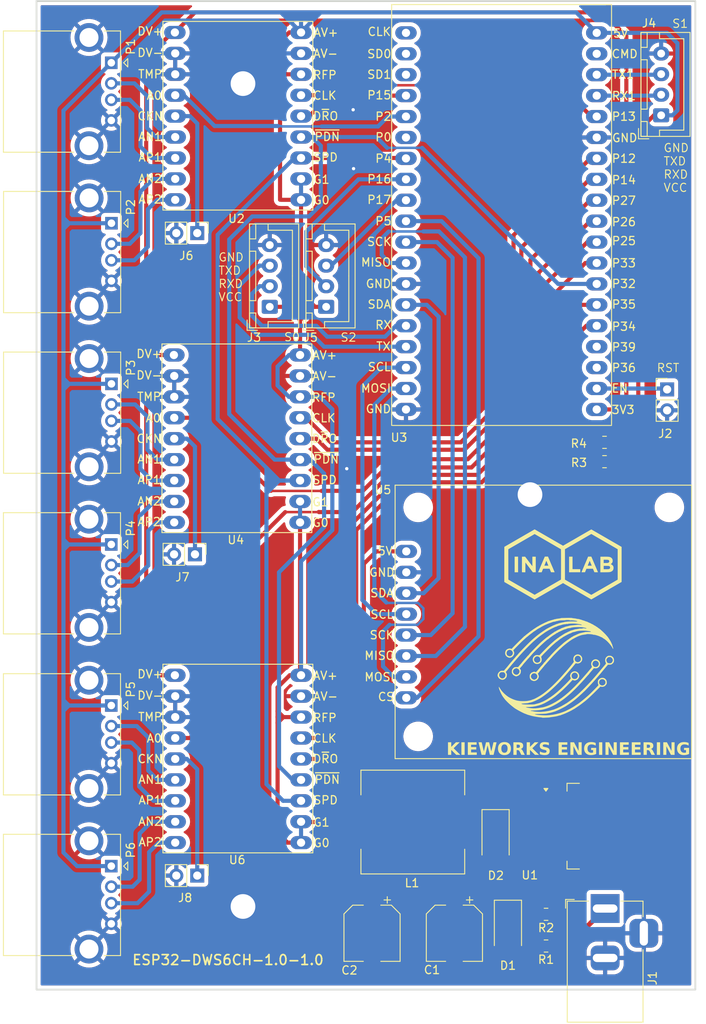
<source format=kicad_pcb>
(kicad_pcb (version 20240108) (generator "pcbnew") (generator_version "8.0")
  (layers (0 "F.Cu" signal) (31 "B.Cu" signal) (34 "B.Paste" user) (35 "F.Paste" user) (36 "B.SilkS" user "B.Silkscreen") (37 "F.SilkS" user "F.Silkscreen") (38 "B.Mask" user) (39 "F.Mask" user) (44 "Edge.Cuts" user))
  (net 0 "")
  (net 1 "VBAT")
  (net 2 "GND")
  (net 3 "VCC")
  (net 4 "Net-(D1-K)")
  (net 5 "EN")
  (net 6 "RXD0")
  (net 7 "TXD0")
  (net 8 "RXD1")
  (net 9 "TXD1")
  (net 10 "TXD2")
  (net 11 "RXD2")
  (net 12 "CLKIN_1")
  (net 13 "CLKIN_2")
  (net 14 "CLKIN_3")
  (net 16 "VCC_SENSE")
  (net 17 "AINN1_1")
  (net 18 "AINP1_1")
  (net 19 "AINN1_2")
  (net 20 "AINP1_2")
  (net 21 "AINN2_2")
  (net 22 "AINP2_2")
  (net 23 "AINP2_3")
  (net 24 "AINN2_3")
  (net 25 "AINP1_3")
  (net 26 "AINN1_3")
  (net 27 "AINN2_1")
  (net 28 "SCLK_1")
  (net 29 "3V3")
  (net 30 "DATA_1")
  (net 31 "SPEED")
  (net 32 "A0_1")
  (net 33 "~{PWDN}")
  (net 34 "AINP2_1")
  (net 35 "SCK")
  (net 36 "A0_2")
  (net 37 "CS")
  (net 38 "SDA")
  (net 39 "SCL")
  (net 40 "SCLK_3")
  (net 41 "MISO")
  (net 42 "A0_3")
  (net 43 "SCLK_2")
  (net 44 "MOSI")
  (net 45 "DATA_3")
  (net 46 "DATA_2")
  (net 47 "VBAT_SENSE")
  (net 48 "Net-(D2-K)")
  (footprint "Capacitor_SMD:CP_Elec_6.3x9.9" (layer "F.Cu") (at 154.62 146.7 -90)
    (property "Reference" "C1")
    (property "Value" "680uF")
  )
  (footprint "Diode_SMD:D_SMA" (layer "F.Cu") (at 159.62 135.2 -90)
    (property "Reference" "D2")
    (property "Value" "1N5824")
  )
  (footprint "Connector_PinHeader_2.54mm:PinHeader_1x02_P2.54mm_Vertical" (layer "F.Cu") (at 123.395 61.7 -90)
    (property "Reference" "J6")
    (property "Value" "Conn_01x02")
  )
  (footprint "DIY-Board:esp wroom 32 board" (layer "F.Cu") (at 160.4 60.45 180)
    (property "Reference" "U3")
    (property "Value" "ESPWROOM32")
  )
  (footprint "Connector_USB:USB_A_CONNFLY_DS1095-WNR0" (layer "F.Cu") (at 112.9775 60.5 -90)
    (property "Reference" "P2")
    (property "Value" "CH1")
  )
  (footprint "Resistor_SMD:R_0805_2012Metric_Pad1.20x1.40mm_HandSolder" (layer "F.Cu") (at 172.85 89.45)
    (property "Reference" "R4")
    (property "Value" "47k")
  )
  (footprint "Connector_USB:USB_A_CONNFLY_DS1095-WNR0" (layer "F.Cu") (at 112.96 99.5 -90)
    (property "Reference" "P4")
    (property "Value" "CH1")
  )
  (footprint "Connector_USB:USB_A_CONNFLY_DS1095-WNR0" (layer "F.Cu") (at 112.96 119.05 -90)
    (property "Reference" "P5")
    (property "Value" "CH1")
  )
  (footprint "DIY-Board:wcmcu-ads1232" (layer "F.Cu") (at 128.38 125.54 180)
    (property "Reference" "U6")
    (property "Value" "WCMCU-ADS1232")
  )
  (footprint "DIY-Board:wcmcu-ads1232" (layer "F.Cu") (at 128.26 86.66 180)
    (property "Reference" "U4")
    (property "Value" "WCMCU-ADS1232")
  )
  (footprint "Connector_PinHeader_2.54mm:PinHeader_1x02_P2.54mm_Vertical" (layer "F.Cu") (at 123.395 139.7 -90)
    (property "Reference" "J8")
    (property "Value" "Conn_01x02")
  )
  (footprint "myLogo:keyworks_logo_15" (layer "F.Cu") (at 166.85 114.5)
    (property "Reference" "G***" (hide yes))
    (property "Value" "LOGO" (hide yes))
  )
  (footprint "Connector_USB:USB_A_CONNFLY_DS1095-WNR0" (layer "F.Cu") (at 112.96 138.55 -90)
    (property "Reference" "P6")
    (property "Value" "CH1")
  )
  (footprint "Connector_USB:USB_A_CONNFLY_DS1095-WNR0" (layer "F.Cu") (at 112.96 41.02 -90)
    (property "Reference" "P1")
    (property "Value" "CH1")
  )
  (footprint "Resistor_SMD:R_0805_2012Metric_Pad1.20x1.40mm_HandSolder" (layer "F.Cu") (at 165.75 148.25 180)
    (property "Reference" "R1")
    (property "Value" "27k")
  )
  (footprint "Connector_PinHeader_2.54mm:PinHeader_1x02_P2.54mm_Vertical" (layer "F.Cu") (at 123.12 100.7 -90)
    (property "Reference" "J7")
    (property "Value" "Conn_01x02")
  )
  (footprint "Connector_USB:USB_A_CONNFLY_DS1095-WNR0" (layer "F.Cu") (at 112.9775 80 -90)
    (property "Reference" "P3")
    (property "Value" "CH1")
  )
  (footprint "Connector_JST:JST_XH_B4B-XH-A_1x04_P2.50mm_Vertical" (layer "F.Cu") (at 139.05 70.65 90)
    (property "Reference" "J5")
    (property "Value" "Serial2")
  )
  (footprint "Connector_JST:JST_XH_B4B-XH-A_1x04_P2.50mm_Vertical" (layer "F.Cu") (at 179.725 47.4 90)
    (property "Reference" "J4")
    (property "Value" "Serial1")
  )
  (footprint "Package_TO_SOT_SMD:TO-263-5_TabPin3" (layer "F.Cu") (at 173.12 133.7)
    (property "Reference" "U1")
    (property "Value" "LM2596S-5")
  )
  (footprint "DIY-Board:Datalogging board" (layer "F.Cu") (at 165.12 109.2)
    (property "Reference" "U5")
    (property "Value" "DataLoggingBoard")
  )
  (footprint "Diode_SMD:D_SMA" (layer "F.Cu") (at 161.12 146.2 -90)
    (property "Reference" "D1")
    (property "Value" "1N5824")
  )
  (footprint "Connector_PinHeader_2.54mm:PinHeader_1x02_P2.54mm_Vertical" (layer "F.Cu") (at 180.45 80.675)
    (property "Reference" "J2")
    (property "Value" "Reset")
  )
  (footprint "Resistor_SMD:R_0805_2012Metric_Pad1.20x1.40mm_HandSolder" (layer "F.Cu") (at 172.85 87.1 180)
    (property "Reference" "R3")
    (property "Value" "47k")
  )
  (footprint "DIY-Board:wcmcu-ads1232" (layer "F.Cu") (at 128.38 47.5 180)
    (property "Reference" "U2")
    (property "Value" "WCMCU-ADS1232")
  )
  (footprint "myLogo:inalab_logo_15" (layer "F.Cu") (at 167.8 101.9)
    (property "Reference" "G***" (hide yes))
    (property "Value" "LOGO" (hide yes))
  )
  (footprint "Inductor_SMD:L_12x12mm_H4.5mm" (layer "F.Cu") (at 149.57 133.2 180)
    (property "Reference" "L1")
    (property "Value" "3.3uH")
  )
  (footprint "Connector_JST:JST_XH_B4B-XH-A_1x04_P2.50mm_Vertical" (layer "F.Cu") (at 132.2 70.65 90)
    (property "Reference" "J3")
    (property "Value" "Serial")
  )
  (footprint "Resistor_SMD:R_0805_2012Metric_Pad1.20x1.40mm_HandSolder" (layer "F.Cu") (at 165.75 144.4 180)
    (property "Reference" "R2")
    (property "Value" "100k")
  )
  (footprint "Capacitor_SMD:CP_Elec_6.3x9.9" (layer "F.Cu") (at 144.62 146.7 -90)
    (property "Reference" "C2")
    (property "Value" "220uF")
  )
  (footprint "Connector_BarrelJack:BarrelJack_Horizontal" (layer "F.Cu") (at 172.9225 143.7 90)
    (property "Reference" "J1")
    (property "Value" "9VDC")
  )
  (gr_rect (start 103.88 33.54) (end 183.88 153.54) (stroke (width 0.2)) (fill none) (layer "Edge.Cuts"))
  (gr_text "GND\nTXD\nRXD\nVCC" (at 125.9 70.05 0) (layer "F.SilkS") (effects (font (size 1 1) (thickness 0.125)) (justify left bottom)))
  (gr_text "S1" (at 181 36.85 0) (layer "F.SilkS") (effects (font (size 1 1) (thickness 0.125)) (justify left bottom)))
  (gr_text "AN2" (at 117.68 55.1 0) (layer "F.SilkS") (effects (font (size 1 1))))
  (gr_text "GND\nTXD\nRXD\nVCC" (at 179.95 56.775 0) (layer "F.SilkS") (effects (font (size 1 1) (thickness 0.125)) (justify left bottom)))
  (gr_text "RST" (at 179.125 78.65 0) (layer "F.SilkS") (effects (font (size 1 1) (thickness 0.125)) (justify left bottom)))
  (gr_text "S2" (at 140.725 74.95 0) (layer "F.SilkS") (effects (font (size 1 1) (thickness 0.125)) (justify left bottom)))
  (gr_text "S0" (at 133.875 74.9 0) (layer "F.SilkS") (effects (font (size 1 1) (thickness 0.125)) (justify left bottom)))
  (gr_text "KIEWORKS ENGINEERING" (at 153.65 125.3 0) (layer "F.SilkS") (effects (font (size 1.5 1.5) (thickness 0.3) (bold yes)) (justify left bottom)))
  (gr_text "ESP32-DWS6CH-1.0-1.0" (at 115.4 150.65 0) (layer "F.SilkS") (effects (font (size 1.2 1.2) (thickness 0.2)) (justify left bottom)))
  (segment (start 172.9225 143.7) (end 168.3725 148.25) (width 0.6) (layer "F.Cu") (net 1))
  (segment (start 168.3725 148.25) (end 166.75 148.25) (width 0.6) (layer "F.Cu") (net 1))
  (segment (start 166.2725 150.35) (end 168.3725 148.25) (width 0.6) (layer "F.Cu") (net 1))
  (segment (start 161.12 149.57) (end 161.9 150.35) (width 0.6) (layer "F.Cu") (net 1))
  (segment (start 161.9 150.35) (end 166.2725 150.35) (width 0.6) (layer "F.Cu") (net 1))
  (segment (start 161.12 148.2) (end 161.12 149.57) (width 0.6) (layer "F.Cu") (net 1))
  (segment (start 172.9225 143.7) (end 171.6 143.7) (width 0.6) (layer "F.Cu") (net 1))
  (via (at 128.95 143.45) (size 5) (drill 3) (layers "F.Cu" "B.Cu") (net 2))
  (via (at 142.375 53.875) (size 0.7) (drill 0.4) (layers "F.Cu" "B.Cu") (net 2))
  (via (at 142.325 46.725) (size 0.7) (drill 0.4) (layers "F.Cu" "B.Cu") (net 2))
  (via (at 163.8 93.45) (size 5) (drill 3) (layers "F.Cu" "B.Cu") (net 2))
  (via (at 141.55 90.3) (size 0.7) (drill 0.4) (layers "F.Cu" "B.Cu") (net 2))
  (via (at 128.95 43.55) (size 5) (drill 3) (layers "F.Cu" "B.Cu") (net 2))
  (segment (start 136.04 133.2) (end 136 133.16) (width 0.5) (layer "F.Cu") (net 3))
  (segment (start 133.45 38.45) (end 133.45 41.675) (width 0.5) (layer "F.Cu") (net 3))
  (segment (start 133.15 121.15) (end 133.15 134.5) (width 0.5) (layer "F.Cu") (net 3))
  (segment (start 135.88 72.23) (end 134.3 70.65) (width 0.5) (layer "F.Cu") (net 3))
  (segment (start 134.175 42.4) (end 133.45 41.675) (width 0.5) (layer "F.Cu") (net 3))
  (segment (start 133.15 116.85) (end 133.15 119.75) (width 0.5) (layer "F.Cu") (net 3))
  (segment (start 176.95 49.3) (end 178.85 47.4) (width 0.5) (layer "F.Cu") (net 3))
  (segment (start 144.62 143.9) (end 144.62 133.2) (width 0.6) (layer "F.Cu") (net 3))
  (segment (start 135.88 72.23) (end 135.92 72.23) (width 0.5) (layer "F.Cu") (net 3))
  (segment (start 133.45 43.15) (end 133.45 57.65) (width 0.5) (layer "F.Cu") (net 3))
  (segment (start 134.175 42.425) (end 133.45 43.15) (width 0.5) (layer "F.Cu") (net 3))
  (segment (start 133.45 41.675) (end 133.45 42.45) (width 0.5) (layer "F.Cu") (net 3))
  (segment (start 145.135 100.34) (end 143.625 101.85) (width 0.5) (layer "F.Cu") (net 3))
  (segment (start 136 115.38) (end 134.62 115.38) (width 0.5) (layer "F.Cu") (net 3))
  (segment (start 134.175 42.42) (end 134.175 42.425) (width 0.5) (layer "F.Cu") (net 3))
  (segment (start 133.16 120.46) (end 133.15 120.45) (width 0.5) (layer "F.Cu") (net 3))
  (segment (start 168.7 129.2) (end 167.3 127.8) (width 0.6) (layer "F.Cu") (net 3))
  (segment (start 135.88 76.5) (end 135.88 72.23) (width 0.5) (layer "F.Cu") (net 3))
  (segment (start 176.95 85.3) (end 176.95 49.3) (width 0.5) (layer "F.Cu") (net 3))
  (segment (start 133.85 120.46) (end 133.85 120.45) (width 0.5) (layer "F.Cu") (net 3))
  (segment (start 150.02 127.8) (end 144.62 133.2) (width 0.6) (layer "F.Cu") (net 3))
  (segment (start 133.15 121.15) (end 133.16 121.15) (width 0.5) (layer "F.Cu") (net 3))
  (segment (start 134.56 37.34) (end 133.45 38.45) (width 0.5) (layer "F.Cu") (net 3))
  (segment (start 134.3 70.65) (end 137.5 70.65) (width 0.5) (layer "F.Cu") (net 3))
  (segment (start 137.7 70.65) (end 139.05 70.65) (width 0.5) (layer "F.Cu") (net 3))
  (segment (start 178.85 47.4) (end 179.725 47.4) (width 0.5) (layer "F.Cu") (net 3))
  (segment (start 135.88 115.26) (end 136 115.38) (width 0.5) (layer "F.Cu") (net 3))
  (segment (start 139.05 70.65) (end 139.05 71.16) (width 0.5) (layer "F.Cu") (net 3))
  (segment (start 134.62 115.38) (end 133.15 116.85) (width 0.5) (layer "F.Cu") (net 3))
  (segment (start 165.47 135.4) (end 167.9 135.4) (width 0.6) (layer "F.Cu") (net 3))
  (segment (start 168.7 134.6) (end 168.7 129.2) (width 0.6) (layer "F.Cu") (net 3))
  (segment (start 135.88 96.82) (end 135.88 115.26) (width 0.5) (layer "F.Cu") (net 3))
  (segment (start 134.35 135.7) (end 136 135.7) (width 0.5) (layer "F.Cu") (net 3))
  (segment (start 135.92 72.23) (end 137.5 70.65) (width 0.5) (layer "F.Cu") (net 3))
  (segment (start 136 120.46) (end 133.85 120.46) (width 0.5) (layer "F.Cu") (net 3))
  (segment (start 136 68.95) (end 137.7 70.65) (width 0.5) (layer "F.Cu") (net 3))
  (segment (start 136 57.66) (end 133.59 57.66) (width 0.5) (layer "F.Cu") (net 3))
  (segment (start 133.45 42.45) (end 133.45 43.15) (width 0.5) (layer "F.Cu") (net 3))
  (segment (start 175.15 87.1) (end 176.95 85.3) (width 0.5) (layer "F.Cu") (net 3))
  (segment (start 132.2 70.65) (end 134.3 70.65) (width 0.5) (layer "F.Cu") (net 3))
  (segment (start 134.175 42.42) (end 134.175 42.4) (width 0.5) (layer "F.Cu") (net 3))
  (segment (start 133.85 120.45) (end 133.15 119.75) (width 0.5) (layer "F.Cu") (net 3))
  (segment (start 133.48 42.42) (end 133.45 42.45) (width 0.5) (layer "F.Cu") (net 3))
  (segment (start 133.16 121.15) (end 133.85 120.46) (width 0.5) (layer "F.Cu") (net 3))
  (segment (start 136 42.42) (end 134.175 42.42) (width 0.5) (layer "F.Cu") (net 3))
  (segment (start 134.175 42.42) (end 133.48 42.42) (width 0.5) (layer "F.Cu") (net 3))
  (segment (start 133.15 134.5) (end 134.35 135.7) (width 0.5) (layer "F.Cu") (net 3))
  (segment (start 133.85 120.46) (end 133.16 120.46) (width 0.5) (layer "F.Cu") (net 3))
  (segment (start 144.62 133.2) (end 136.04 133.2) (width 0.5) (layer "F.Cu") (net 3))
  (segment (start 136 68.95) (end 134.3 70.65) (width 0.5) (layer "F.Cu") (net 3))
  (segment (start 133.15 120.45) (end 133.15 121.15) (width 0.5) (layer "F.Cu") (net 3))
  (segment (start 137.5 70.65) (end 137.7 70.65) (width 0.5) (layer "F.Cu") (net 3))
  (segment (start 167.3 127.8) (end 150.02 127.8) (width 0.6) (layer "F.Cu") (net 3))
  (segment (start 148.78 100.34) (end 145.135 100.34) (width 0.5) (layer "F.Cu") (net 3))
  (segment (start 143.625 132.205) (end 144.62 133.2) (width 0.5) (layer "F.Cu") (net 3))
  (segment (start 136 37.34) (end 134.56 37.34) (width 0.5) (layer "F.Cu") (net 3))
  (segment (start 136 57.66) (end 136 68.95) (width 0.5) (layer "F.Cu") (net 3))
  (segment (start 133.15 119.75) (end 133.15 120.45) (width 0.5) (layer "F.Cu") (net 3))
  (segment (start 143.625 101.85) (end 143.625 132.205) (width 0.5) (layer "F.Cu") (net 3))
  (segment (start 173.85 87.1) (end 175.15 87.1) (width 0.5) (layer "F.Cu") (net 3))
  (segment (start 167.9 135.4) (end 168.7 134.6) (width 0.6) (layer "F.Cu") (net 3))
  (segment (start 133.55 34.9) (end 119.4 34.9) (width 0.5) (layer "B.Cu") (net 3))
  (segment (start 112.96 41.02) (end 119.08 34.9) (width 0.5) (layer "B.Cu") (net 3))
  (segment (start 108.8 138.55) (end 107.15 136.9) (width 0.5) (layer "B.Cu") (net 3))
  (segment (start 136 133.16) (end 136 135.7) (width 0.5) (layer "B.Cu") (net 3))
  (segment (start 133.55 34.9) (end 138.4 34.9) (width 0.5) (layer "B.Cu") (net 3))
  (segment (start 107.2 80) (end 107.15 79.95) (width 0.5) (layer "B.Cu") (net 3))
  (segment (start 171.9 37.39) (end 169.41 34.9) (width 0.5) (layer "B.Cu") (net 3))
  (segment (start 133.15 77.9) (end 133.15 80.2) (width 0.5) (layer "B.Cu") (net 3))
  (segment (start 181.7 38.65) (end 181.7 46.8) (width 0.5) (layer "B.Cu") (net 3))
  (segment (start 107.15 136.9) (end 107.15 119) (width 0.5) (layer "B.Cu") (net 3))
  (segment (start 107.15 79.95) (end 107.15 60.45) (width 0.5) (layer "B.Cu") (net 3))
  (segment (start 107.15 60.45) (end 107.15 46.83) (width 0.5) (layer "B.Cu") (net 3))
  (segment (start 135.88 76.5) (end 134.55 76.5) (width 0.5) (layer "B.Cu") (net 3))
  (segment (start 136 37.34) (end 135.88 37.22) (width 0.5) (layer "B.Cu") (net 3))
  (segment (start 139.8 83.1) (end 138.28 81.58) (width 0.5) (layer "B.Cu") (net 3))
  (segment (start 134.55 76.5) (end 133.15 77.9) (width 0.5) (layer "B.Cu") (net 3))
  (segment (start 112.9775 80) (end 107.2 80) (width 0.5) (layer "B.Cu") (net 3))
  (segment (start 112.96 99.5) (end 107.15 99.5) (width 0.5) (layer "B.Cu") (net 3))
  (segment (start 171.9 37.39) (end 180.44 37.39) (width 0.5) (layer "B.Cu") (net 3))
  (segment (start 136 57.7) (end 136.12 57.82) (width 0.5) (layer "B.Cu") (net 3))
  (segment (start 112.96 138.55) (end 108.8 138.55) (width 0.5) (layer "B.Cu") (net 3))
  (segment (start 181.1 47.4) (end 179.725 47.4) (width 0.5) (layer "B.Cu") (net 3))
  (segment (start 107.2 119.05) (end 107.15 119) (width 0.5) (layer "B.Cu") (net 3))
  (segment (start 136 101.55) (end 139.8 97.75) (width 0.5) (layer "B.Cu") (net 3))
  (segment (start 107.15 46.83) (end 112.96 41.02) (width 0.5) (layer "B.Cu") (net 3))
  (segment (start 136 115.38) (end 136 101.55) (width 0.5) (layer "B.Cu") (net 3))
  (segment (start 133.85 35.2) (end 133.55 34.9) (width 0.5) (layer "B.Cu") (net 3))
  (segment (start 107.15 119) (end 107.15 99.5) (width 0.5) (layer "B.Cu") (net 3))
  (segment (start 181.7 46.8) (end 181.1 47.4) (width 0.5) (layer "B.Cu") (net 3))
  (segment (start 112.9775 60.5) (end 107.2 60.5) (width 0.5) (layer "B.Cu") (net 3))
  (segment (start 119.08 34.9) (end 119.4 34.9) (width 0.5) (layer "B.Cu") (net 3))
  (segment (start 133.86 35.2) (end 133.85 35.2) (width 0.5) (layer "B.Cu") (net 3))
  (segment (start 136 37.3) (end 138.4 34.9) (width 0.5) (layer "B.Cu") (net 3))
  (segment (start 112.96 119.05) (end 107.2 119.05) (width 0.5) (layer "B.Cu") (net 3))
  (segment (start 138.28 81.58) (end 135.88 81.58) (width 0.5) (layer "B.Cu") (net 3))
  (segment (start 138.4 34.9) (end 168.95 34.9) (width 0.5) (layer "B.Cu") (net 3))
  (segment (start 180.44 37.39) (end 181.7 38.65) (width 0.5) (layer "B.Cu") (net 3))
  (segment (start 107.2 60.5) (end 107.15 60.45) (width 0.5) (layer "B.Cu") (net 3))
  (segment (start 139.8 97.75) (end 139.8 83.1) (width 0.5) (layer "B.Cu") (net 3))
  (segment (start 107.15 99.5) (end 107.15 79.95) (width 0.5) (layer "B.Cu") (net 3))
  (segment (start 136 57.66) (end 136 57.7) (width 0.5) (layer "B.Cu") (net 3))
  (segment (start 136 55.12) (end 136 57.66) (width 0.5) (layer "B.Cu") (net 3))
  (segment (start 169.41 34.9) (end 168.95 34.9) (width 0.5) (layer "B.Cu") (net 3))
  (segment (start 133.15 80.2) (end 134.53 81.58) (width 0.5) (layer "B.Cu") (net 3))
  (segment (start 134.53 81.58) (end 135.88 81.58) (width 0.5) (layer "B.Cu") (net 3))
  (segment (start 136 37.34) (end 136 37.3) (width 0.5) (layer "B.Cu") (net 3))
  (segment (start 136 37.34) (end 133.86 35.2) (width 0.5) (layer "B.Cu") (net 3))
  (segment (start 135.88 94.28) (end 135.88 96.82) (width 0.5) (layer "B.Cu") (net 3))
  (segment (start 151.4 136) (end 154.62 139.22) (width 0.6) (layer "F.Cu") (net 4))
  (segment (start 160.82 143.9) (end 161.12 144.2) (width 0.6) (layer "F.Cu") (net 4))
  (segment (start 158.9 130.3) (end 157.7 129.1) (width 0.6) (layer "F.Cu") (net 4))
  (segment (start 165.47 130.3) (end 158.9 130.3) (width 0.6) (layer "F.Cu") (net 4))
  (segment (start 151.4 130.3) (end 151.4 136) (width 0.6) (layer "F.Cu") (net 4))
  (segment (start 152.6 129.1) (end 151.4 130.3) (width 0.6) (layer "F.Cu") (net 4))
  (segment (start 154.62 143.9) (end 160.82 143.9) (width 0.6) (layer "F.Cu") (net 4))
  (segment (start 157.7 129.1) (end 152.6 129.1) (width 0.6) (layer "F.Cu") (net 4))
  (segment (start 154.62 139.22) (end 154.62 143.9) (width 0.6) (layer "F.Cu") (net 4))
  (segment (start 171.9 80.57) (end 180.345 80.57) (width 0.5) (layer "B.Cu") (net 5))
  (segment (start 180.345 80.57) (end 180.45 80.675) (width 0.5) (layer "B.Cu") (net 5))
  (segment (start 130.95 68.15) (end 132.2 68.15) (width 0.5) (layer "B.Cu") (net 6))
  (segment (start 139.175 74.275) (end 137.85 72.95) (width 0.5) (layer "B.Cu") (net 6))
  (segment (start 147.525 72.95) (end 146.2 74.275) (width 0.5) (layer "B.Cu") (net 6))
  (segment (start 131.25 72.95) (end 130.05 71.75) (width 0.5) (layer "B.Cu") (net 6))
  (segment (start 130.05 71.75) (end 130.05 69.05) (width 0.5) (layer "B.Cu") (net 6))
  (segment (start 130.05 69.05) (end 130.95 68.15) (width 0.5) (layer "B.Cu") (net 6))
  (segment (start 148.74 72.95) (end 147.525 72.95) (width 0.5) (layer "B.Cu") (net 6))
  (segment (start 146.2 74.275) (end 139.175 74.275) (width 0.5) (layer "B.Cu") (net 6))
  (segment (start 137.85 72.95) (end 131.25 72.95) (width 0.5) (layer "B.Cu") (net 6))
  (segment (start 128.55 68.05) (end 128.55 71.95) (width 0.5) (layer "B.Cu") (net 7))
  (segment (start 138.79 75.49) (end 148.74 75.49) (width 0.5) (layer "B.Cu") (net 7))
  (segment (start 128.55 71.95) (end 130.65 74.05) (width 0.5) (layer "B.Cu") (net 7))
  (segment (start 132.2 65.65) (end 130.95 65.65) (width 0.5) (layer "B.Cu") (net 7))
  (segment (start 137.35 74.05) (end 138.79 75.49) (width 0.5) (layer "B.Cu") (net 7))
  (segment (start 130.65 74.05) (end 137.35 74.05) (width 0.5) (layer "B.Cu") (net 7))
  (segment (start 130.95 65.65) (end 128.55 68.05) (width 0.5) (layer "B.Cu") (net 7))
  (segment (start 179.615 45.01) (end 179.725 44.9) (width 0.5) (layer "B.Cu") (net 8))
  (segment (start 171.9 45.01) (end 179.615 45.01) (width 0.5) (layer "B.Cu") (net 8))
  (segment (start 179.655 42.47) (end 179.725 42.4) (width 0.5) (layer "B.Cu") (net 9))
  (segment (start 171.9 42.47) (end 179.655 42.47) (width 0.5) (layer "B.Cu") (net 9))
  (segment (start 139.65 65.65) (end 147.59 57.71) (width 0.5) (layer "B.Cu") (net 10))
  (segment (start 139.05 65.65) (end 139.65 65.65) (width 0.5) (layer "B.Cu") (net 10))
  (segment (start 147.59 57.71) (end 148.74 57.71) (width 0.5) (layer "B.Cu") (net 10))
  (segment (start 139.05 68.15) (end 136.65 65.75) (width 0.5) (layer "B.Cu") (net 11))
  (segment (start 136.65 61.5) (end 142.98 55.17) (width 0.5) (layer "B.Cu") (net 11))
  (segment (start 136.65 65.75) (end 136.65 61.5) (width 0.5) (layer "B.Cu") (net 11))
  (segment (start 142.98 55.17) (end 148.74 55.17) (width 0.5) (layer "B.Cu") (net 11))
  (segment (start 122.5 47.5) (end 120.72 47.5) (width 0.5) (layer "B.Cu") (net 12))
  (segment (start 123.395 50.447233) (end 123.4 50.442233) (width 0.5) (layer "B.Cu") (net 12))
  (segment (start 123.395 61.7) (end 123.395 50.447233) (width 0.5) (layer "B.Cu") (net 12))
  (segment (start 123.4 50.442233) (end 123.4 48.4) (width 0.5) (layer "B.Cu") (net 12))
  (segment (start 123.4 48.4) (end 122.5 47.5) (width 0.5) (layer "B.Cu") (net 12))
  (segment (start 123.12 87.62) (end 122.16 86.66) (width 0.5) (layer "B.Cu") (net 13))
  (segment (start 123.12 100.7) (end 123.12 87.62) (width 0.5) (layer "B.Cu") (net 13))
  (segment (start 122.16 86.66) (end 120.6 86.66) (width 0.5) (layer "B.Cu") (net 13))
  (segment (start 123.395 139.7) (end 123.395 126.795) (width 0.5) (layer "B.Cu") (net 14))
  (segment (start 123.395 126.795) (end 122.14 125.54) (width 0.5) (layer "B.Cu") (net 14))
  (segment (start 122.14 125.54) (end 120.72 125.54) (width 0.5) (layer "B.Cu") (net 14))
  (segment (start 168.925 74.675) (end 170.65 72.95) (width 0.5) (layer "F.Cu") (net 16))
  (segment (start 171.85 87.1) (end 168.925 84.175) (width 0.5) (layer "F.Cu") (net 16))
  (segment (start 168.925 84.175) (end 168.925 74.675) (width 0.5) (layer "F.Cu") (net 16))
  (segment (start 171.85 89.45) (end 171.85 87.1) (width 0.5) (layer "F.Cu") (net 16))
  (segment (start 170.65 72.95) (end 171.9 72.95) (width 0.5) (layer "F.Cu") (net 16))
  (segment (start 112.96 43.52) (end 115.77 43.52) (width 0.5) (layer "B.Cu") (net 17))
  (segment (start 115.77 43.52) (end 117.3 45.05) (width 0.5) (layer "B.Cu") (net 17))
  (segment (start 113.34 43.54) (end 113.33 43.55) (width 0.5) (layer "B.Cu") (net 17))
  (segment (start 117.3 45.05) (end 117.3 48.95) (width 0.5) (layer "B.Cu") (net 17))
  (segment (start 117.3 48.95) (end 118.39 50.04) (width 0.5) (layer "B.Cu") (net 17))
  (segment (start 118.39 50.04) (end 120.72 50.04) (width 0.5) (layer "B.Cu") (net 17))
  (segment (start 116.5 46.8) (end 116.5 51.2) (width 0.5) (layer "B.Cu") (net 18))
  (segment (start 112.96 45.52) (end 115.22 45.52) (width 0.5) (layer "B.Cu") (net 18))
  (segment (start 113.44 45.54) (end 113.43 45.55) (width 0.5) (layer "B.Cu") (net 18))
  (segment (start 115.22 45.52) (end 116.5 46.8) (width 0.5) (layer "B.Cu") (net 18))
  (segment (start 116.5 51.2) (end 117.88 52.58) (width 0.5) (layer "B.Cu") (net 18))
  (segment (start 117.88 52.58) (end 120.72 52.58) (width 0.5) (layer "B.Cu") (net 18))
  (segment (start 118.55 89.2) (end 120.6 89.2) (width 0.5) (layer "B.Cu") (net 19))
  (segment (start 112.9775 82.5) (end 115.85 82.5) (width 0.5) (layer "B.Cu") (net 19))
  (segment (start 117.35 88) (end 118.55 89.2) (width 0.5) (layer "B.Cu") (net 19))
  (segment (start 117.35 84) (end 117.35 88) (width 0.5) (layer "B.Cu") (net 19))
  (segment (start 115.85 82.5) (end 117.35 84) (width 0.5) (layer "B.Cu") (net 19))
  (segment (start 117.89 91.74) (end 120.6 91.74) (width 0.5) (layer "B.Cu") (net 20))
  (segment (start 116.5 90.35) (end 117.89 91.74) (width 0.5) (layer "B.Cu") (net 20))
  (segment (start 115.25 84.5) (end 116.5 85.75) (width 0.5) (layer "B.Cu") (net 20))
  (segment (start 112.9775 84.5) (end 115.25 84.5) (width 0.5) (layer "B.Cu") (net 20))
  (segment (start 116.5 85.75) (end 116.5 90.35) (width 0.5) (layer "B.Cu") (net 20))
  (segment (start 116.4 100.55) (end 116.4 96.05) (width 0.5) (layer "B.Cu") (net 21))
  (segment (start 114.95 102) (end 116.4 100.55) (width 0.5) (layer "B.Cu") (net 21))
  (segment (start 116.4 96.05) (end 118.17 94.28) (width 0.5) (layer "B.Cu") (net 21))
  (segment (start 112.96 102) (end 114.95 102) (width 0.5) (layer "B.Cu") (net 21))
  (segment (start 118.17 94.28) (end 120.6 94.28) (width 0.5) (layer "B.Cu") (net 21))
  (segment (start 115.5 104) (end 117.45 102.05) (width 0.5) (layer "B.Cu") (net 22))
  (segment (start 117.45 97.85) (end 118.48 96.82) (width 0.5) (layer "B.Cu") (net 22))
  (segment (start 112.96 104) (end 115.5 104) (width 0.5) (layer "B.Cu") (net 22))
  (segment (start 117.45 102.05) (end 117.45 97.85) (width 0.5) (layer "B.Cu") (net 22))
  (segment (start 118.48 96.82) (end 120.6 96.82) (width 0.5) (layer "B.Cu") (net 22))
  (segment (start 112.96 143.05) (end 116.15 143.05) (width 0.5) (layer "B.Cu") (net 23))
  (segment (start 117.55 141.65) (end 117.55 136.85) (width 0.5) (layer "B.Cu") (net 23))
  (segment (start 116.15 143.05) (end 117.55 141.65) (width 0.5) (layer "B.Cu") (net 23))
  (segment (start 118.7 135.7) (end 120.72 135.7) (width 0.5) (layer "B.Cu") (net 23))
  (segment (start 117.55 136.85) (end 118.7 135.7) (width 0.5) (layer "B.Cu") (net 23))
  (segment (start 117.84 133.16) (end 116.4 134.6) (width 0.5) (layer "B.Cu") (net 24))
  (segment (start 116.4 140.2) (end 115.55 141.05) (width 0.5) (layer "B.Cu") (net 24))
  (segment (start 120.72 133.16) (end 117.84 133.16) (width 0.5) (layer "B.Cu") (net 24))
  (segment (start 116.4 134.6) (end 116.4 140.2) (width 0.5) (layer "B.Cu") (net 24))
  (segment (start 115.55 141.05) (end 112.96 141.05) (width 0.5) (layer "B.Cu") (net 24))
  (segment (start 118.08 130.62) (end 116.35 128.89) (width 0.5) (layer "B.Cu") (net 25))
  (segment (start 115.45 123.55) (end 116.35 124.45) (width 0.5) (layer "B.Cu") (net 25))
  (segment (start 116.35 124.45) (end 116.35 128.25) (width 0.5) (layer "B.Cu") (net 25))
  (segment (start 118.08 130.62) (end 120.72 130.62) (width 0.5) (layer "B.Cu") (net 25))
  (segment (start 112.96 123.55) (end 115.45 123.55) (width 0.5) (layer "B.Cu") (net 25))
  (segment (start 116.35 128.89) (end 116.35 128.25) (width 0.5) (layer "B.Cu") (net 25))
  (segment (start 117.45 126.95) (end 117.45 122.95) (width 0.5) (layer "B.Cu") (net 26))
  (segment (start 117.45 122.95) (end 116.05 121.55) (width 0.5) (layer "B.Cu") (net 26))
  (segment (start 118.58 128.08) (end 117.45 126.95) (width 0.5) (layer "B.Cu") (net 26))
  (segment (start 120.72 128.08) (end 118.58 128.08) (width 0.5) (layer "B.Cu") (net 26))
  (segment (start 116.05 121.55) (end 112.96 121.55) (width 0.5) (layer "B.Cu") (net 26))
  (segment (start 112.9775 63) (end 115.2 63) (width 0.5) (layer "B.Cu") (net 27))
  (segment (start 116.5 56.65) (end 118.03 55.12) (width 0.5) (layer "B.Cu") (net 27))
  (segment (start 118.03 55.12) (end 120.72 55.12) (width 0.5) (layer "B.Cu") (net 27))
  (segment (start 115.2 63) (end 116.5 61.7) (width 0.5) (layer "B.Cu") (net 27))
  (segment (start 116.5 61.7) (end 116.5 56.65) (width 0.5) (layer "B.Cu") (net 27))
  (segment (start 167.45 43.75) (end 151.7 43.75) (width 0.5) (layer "F.Cu") (net 28))
  (segment (start 145.6 43.75) (end 151.7 43.75) (width 0.3) (layer "F.Cu") (net 28))
  (segment (start 171.9 47.55) (end 171.25 47.55) (width 0.5) (layer "F.Cu") (net 28))
  (segment (start 171.25 47.55) (end 167.45 43.75) (width 0.5) (layer "F.Cu") (net 28))
  (segment (start 136 44.96) (end 138.09 44.96) (width 0.5) (layer "F.Cu") (net 28))
  (segment (start 138.09 44.96) (end 139.3 43.75) (width 0.5) (layer "F.Cu") (net 28))
  (segment (start 139.3 43.75) (end 145.6 43.75) (width 0.5) (layer "F.Cu") (net 28))
  (segment (start 175.5 37.8) (end 175.5 81.6) (width 0.5) (layer "F.Cu") (net 29))
  (segment (start 118.1 76.5) (end 117.8 76.8) (width 0.5) (layer "F.Cu") (net 29))
  (segment (start 117.2 76.1) (end 117.2 76.9) (width 0.5) (layer "F.Cu") (net 29))
  (segment (start 172.6 34.9) (end 175.5 37.8) (width 0.5) (layer "F.Cu") (net 29))
  (segment (start 118.1 76.5) (end 120.56 76.5) (width 0.5) (layer "F.Cu") (net 29))
  (segment (start 123.12 34.9) (end 120.68 37.34) (width 0.5) (layer "F.Cu") (net 29))
  (segment (start 117.2 75.6) (end 117.2 76.1) (width 0.5) (layer "F.Cu") (net 29))
  (segment (start 117.2 40.5) (end 117.2 75.6) (width 0.5) (layer "F.Cu") (net 29))
  (segment (start 117.2 76.9) (end 117.2 77.6) (width 0.5) (layer "F.Cu") (net 29))
  (segment (start 173.99 83.11) (end 171.9 83.11) (width 0.5) (layer "F.Cu") (net 29))
  (segment (start 117.2 113.8) (end 118.78 115.38) (width 0.5) (layer "F.Cu") (net 29))
  (segment (start 117.8 76.8) (end 117.2 77.4) (width 0.5) (layer "F.Cu") (net 29))
  (segment (start 117.3 76.9) (end 117.65 76.55) (width 0.5) (layer "F.Cu") (net 29))
  (segment (start 117.8 76.7) (end 117.8 76.8) (width 0.5) (layer "F.Cu") (net 29))
  (segment (start 117.2 77.4) (end 117.2 77.6) (width 0.5) (layer "F.Cu") (net 29))
  (segment (start 117.2 75.6) (end 118.1 76.5) (width 0.5) (layer "F.Cu") (net 29))
  (segment (start 117.2 76.9) (end 117.3 76.9) (width 0.5) (layer "F.Cu") (net 29))
  (segment (start 120.36 37.34) (end 117.2 40.5) (width 0.5) (layer "F.Cu") (net 29))
  (segment (start 117.2 77.6) (end 117.2 113.8) (width 0.5) (layer "F.Cu") (net 29))
  (segment (start 117.2 76.1) (end 117.65 76.55) (width 0.5) (layer "F.Cu") (net 29))
  (segment (start 175.5 81.6) (end 173.99 83.11) (width 0.5) (layer "F.Cu") (net 29))
  (segment (start 118.78 115.38) (end 120.68 115.38) (width 0.5) (layer "F.Cu") (net 29))
  (segment (start 172.6 34.9) (end 123.12 34.9) (width 0.5) (layer "F.Cu") (net 29))
  (segment (start 120.68 37.34) (end 120.36 37.34) (width 0.5) (layer "F.Cu") (net 29))
  (segment (start 117.65 76.55) (end 117.8 76.7) (width 0.5) (layer "F.Cu") (net 29))
  (segment (start 136 47.5) (end 137 47.5) (width 0.5) (layer "F.Cu") (net 30))
  (segment (start 139.49 45.01) (end 148.74 45.01) (width 0.5) (layer "F.Cu") (net 30))
  (segment (start 137 47.5) (end 139.49 45.01) (width 0.5) (layer "F.Cu") (net 30))
  (segment (start 136 52.58) (end 148.69 52.58) (width 0.5) (layer "F.Cu") (net 31))
  (segment (start 148.69 52.58) (end 148.74 52.63) (width 0.5) (layer "F.Cu") (net 31))
  (segment (start 134.2 91.74) (end 131.865 91.74) (width 0.5) (layer "B.Cu") (net 31))
  (segment (start 133.34 91.74) (end 131.8 93.28) (width 0.5) (layer "B.Cu") (net 31))
  (segment (start 136 130.62) (end 133.82 130.62) (width 0.5) (layer "B.Cu") (net 31))
  (segment (start 133.34 91.74) (end 134.2 91.74) (width 0.5) (layer "B.Cu") (net 31))
  (segment (start 131.8 95.7) (end 131.8 93.28) (width 0.5) (layer "B.Cu") (net 31))
  (segment (start 135.195 52.58) (end 136 52.58) (width 0.5) (layer "B.Cu") (net 31))
  (segment (start 131.865 91.74) (end 131.8 91.675) (width 0.5) (layer "B.Cu") (net 31))
  (segment (start 125.875 61.9) (end 125.875 84.275) (width 0.5) (layer "B.Cu") (net 31))
  (segment (start 133.82 130.62) (end 131.8 128.6) (width 0.5) (layer "B.Cu") (net 31))
  (segment (start 125.875 61.9) (end 135.195 52.58) (width 0.5) (layer "B.Cu") (net 31))
  (segment (start 131.8 93.28) (end 131.8 91.675) (width 0.5) (layer "B.Cu") (net 31))
  (segment (start 131.8 90.2) (end 133.34 91.74) (width 0.5) (layer "B.Cu") (net 31))
  (segment (start 125.875 84.275) (end 131.8 90.2) (width 0.5) (layer "B.Cu") (net 31))
  (segment (start 135.88 91.74) (end 134.2 91.74) (width 0.5) (layer "B.Cu") (net 31))
  (segment (start 131.8 128.6) (end 131.8 95.7) (width 0.5) (layer "B.Cu") (net 31))
  (segment (start 131.8 91.675) (end 131.8 90.2) (width 0.5) (layer "B.Cu") (net 31))
  (segment (start 120.72 44.96) (end 121.76 44.96) (width 0.5) (layer "B.Cu") (net 32))
  (segment (start 125.5 48.7) (end 133.2 48.7) (width 0.5) (layer "B.Cu") (net 32))
  (segment (start 133.65 48.75) (end 138.5 48.75) (width 0.3) (layer "B.Cu") (net 32))
  (segment (start 125.45 48.65) (end 125.5 48.7) (width 0.5) (layer "B.Cu") (net 32))
  (segment (start 133.2 48.7) (end 133.6 48.7) (width 0.3) (layer "B.Cu") (net 32))
  (segment (start 146.55 47.55) (end 148.74 47.55) (width 0.5) (layer "B.Cu") (net 32))
  (segment (start 138.5 48.75) (end 145.35 48.75) (width 0.5) (layer "B.Cu") (net 32))
  (segment (start 145.35 48.75) (end 146.55 47.55) (width 0.5) (layer "B.Cu") (net 32))
  (segment (start 133.6 48.7) (end 133.65 48.75) (width 0.3) (layer "B.Cu") (net 32))
  (segment (start 121.76 44.96) (end 125.45 48.65) (width 0.5) (layer "B.Cu") (net 32))
  (segment (start 134.98 128.08) (end 136 128.08) (width 0.5) (layer "B.Cu") (net 33))
  (segment (start 137.1 89.2) (end 138.8 90.9) (width 0.5) (layer "B.Cu") (net 33))
  (segment (start 132.8 89.2) (end 127.275 83.675) (width 0.5) (layer "B.Cu") (net 33))
  (segment (start 133.325 126.425) (end 134.98 128.08) (width 0.5) (layer "B.Cu") (net 33))
  (segment (start 167.22 67.87) (end 150.7 51.35) (width 0.5) (layer "B.Cu") (net 33))
  (segment (start 127.275 62.475) (end 130.075 59.675) (width 0.5) (layer "B.Cu") (net 33))
  (segment (start 135.88 89.2) (end 137.1 89.2) (width 0.5) (layer "B.Cu") (net 33))
  (segment (start 130.075 59.675) (end 136.975 59.675) (width 0.5) (layer "B.Cu") (net 33))
  (segment (start 136 50.04) (end 145.14 50.04) (width 0.5) (layer "B.Cu") (net 33))
  (segment (start 137.34 50.04) (end 136 50.04) (width 0.5) (layer "B.Cu") (net 33))
  (segment (start 150.7 51.35) (end 146.45 51.35) (width 0.3) (layer "B.Cu") (net 33))
  (segment (start 133.325 102.875) (end 133.325 126.425) (width 0.5) (layer "B.Cu") (net 33))
  (segment (start 145.14 50.04) (end 146.45 51.35) (width 0.5) (layer "B.Cu") (net 33))
  (segment (start 138.8 97.4) (end 133.325 102.875) (width 0.5) (layer "B.Cu") (net 33))
  (segment (start 138.8 90.9) (end 138.8 97.4) (width 0.5) (layer "B.Cu") (net 33))
  (segment (start 138.4 51.1) (end 137.34 50.04) (width 0.5) (layer "B.Cu") (net 33))
  (segment (start 127.275 83.675) (end 127.275 62.475) (width 0.5) (layer "B.Cu") (net 33))
  (segment (start 136.975 59.675) (end 138.4 58.25) (width 0.5) (layer "B.Cu") (net 33))
  (segment (start 135.88 89.2) (end 132.8 89.2) (width 0.5) (layer "B.Cu") (net 33))
  (segment (start 138.4 58.25) (end 138.4 51.1) (width 0.5) (layer "B.Cu") (net 33))
  (segment (start 171.9 67.87) (end 167.22 67.87) (width 0.5) (layer "B.Cu") (net 33))
  (segment (start 115.75 65) (end 117.4 63.35) (width 0.5) (layer "B.Cu") (net 34))
  (segment (start 117.4 63.35) (end 117.4 58.8) (width 0.5) (layer "B.Cu") (net 34))
  (segment (start 118.54 57.66) (end 120.72 57.66) (width 0.5) (layer "B.Cu") (net 34))
  (segment (start 112.9775 65) (end 115.75 65) (width 0.5) (layer "B.Cu") (net 34))
  (segment (start 117.4 58.8) (end 118.54 57.66) (width 0.5) (layer "B.Cu") (net 34))
  (segment (start 154.4 107.85) (end 151.75 110.5) (width 0.5) (layer "B.Cu") (net 35))
  (segment (start 154.4 64.7) (end 154.4 107.85) (width 0.5) (layer "B.Cu") (net 35))
  (segment (start 151.75 110.5) (end 148.78 110.5) (width 0.5) (layer "B.Cu") (net 35))
  (segment (start 152.49 62.79) (end 154.4 64.7) (width 0.5) (layer "B.Cu") (net 35))
  (segment (start 148.74 62.79) (end 152.49 62.79) (width 0.5) (layer "B.Cu") (net 35))
  (segment (start 120.6 84.12) (end 123.47 84.12) (width 0.5) (layer "F.Cu") (net 36))
  (segment (start 171.09 57.71) (end 171.9 57.71) (width 0.5) (layer "F.Cu") (net 36))
  (segment (start 132.35 93) (end 132.34 92.99) (width 0.3) (layer "F.Cu") (net 36))
  (segment (start 123.47 84.12) (end 132.34 92.99) (width 0.5) (layer "F.Cu") (net 36))
  (segment (start 163.85 64.95) (end 171.09 57.71) (width 0.5) (layer "F.Cu") (net 36))
  (segment (start 138.5 93) (end 132.35 93) (width 0.3) (layer "F.Cu") (net 36))
  (segment (start 163.85 81.55) (end 163.85 64.95) (width 0.5) (layer "F.Cu") (net 36))
  (segment (start 138.51 92.99) (end 138.5 93) (width 0.5) (layer "F.Cu") (net 36))
  (segment (start 143.51 92.99) (end 147.35 89.15) (width 0.5) (layer "F.Cu") (net 36))
  (segment (start 143.51 92.99) (end 138.51 92.99) (width 0.5) (layer "F.Cu") (net 36))
  (segment (start 156.25 89.15) (end 163.85 81.55) (width 0.5) (layer "F.Cu") (net 36))
  (segment (start 147.35 89.15) (end 156.25 89.15) (width 0.5) (layer "F.Cu") (net 36))
  (segment (start 153.09 60.29) (end 157.55 64.75) (width 0.5) (layer "B.Cu") (net 37))
  (segment (start 150.08 118.12) (end 148.78 118.12) (width 0.5) (layer "B.Cu") (net 37))
  (segment (start 157.55 110.65) (end 150.08 118.12) (width 0.5) (layer "B.Cu") (net 37))
  (segment (start 148.74 60.25) (end 153.05 60.25) (width 0.5) (layer "B.Cu") (net 37))
  (segment (start 157.55 64.75) (end 157.55 110.65) (width 0.5) (layer "B.Cu") (net 37))
  (segment (start 153.05 60.25) (end 153.09 60.29) (width 0.5) (layer "B.Cu") (net 37))
  (segment (start 150.88 105.42) (end 152.7 103.6) (width 0.5) (layer "B.Cu") (net 38))
  (segment (start 148.78 105.42) (end 150.88 105.42) (width 0.5) (layer "B.Cu") (net 38))
  (segment (start 151.26 70.41) (end 148.74 70.41) (width 0.5) (layer "B.Cu") (net 38))
  (segment (start 152.7 71.85) (end 151.26 70.41) (width 0.5) (layer "B.Cu") (net 38))
  (segment (start 152.7 103.6) (end 152.7 71.85) (width 0.5) (layer "B.Cu") (net 38))
  (segment (start 143.45 80.3) (end 145.72 78.03) (width 0.5) (layer "B.Cu") (net 39))
  (segment (start 145.16 107.96) (end 143.45 106.25) (width 0.5) (layer "B.Cu") (net 39))
  (segment (start 145.72 78.03) (end 148.74 78.03) (width 0.5) (layer "B.Cu") (net 39))
  (segment (start 148.78 107.96) (end 145.16 107.96) (width 0.5) (layer "B.Cu") (net 39))
  (segment (start 143.45 106.25) (end 143.45 80.3) (width 0.5) (layer "B.Cu") (net 39))
  (segment (start 139.8 123) (end 136 123) (width 0.5) (layer "F.Cu") (net 40))
  (segment (start 171.9 62.79) (end 170.76 62.79) (width 0.5) (layer "F.Cu") (net 40))
  (segment (start 165.8 82.65) (end 157.4 91.05) (width 0.5) (layer "F.Cu") (net 40))
  (segment (start 141.8 121) (end 139.8 123) (width 0.5) (layer "F.Cu") (net 40))
  (segment (start 157.4 91.05) (end 148.1 91.05) (width 0.5) (layer "F.Cu") (net 40))
  (segment (start 165.8 67.75) (end 165.8 82.65) (width 0.5) (layer "F.Cu") (net 40))
  (segment (start 141.8 97.35) (end 141.8 121) (width 0.5) (layer "F.Cu") (net 40))
  (segment (start 170.76 62.79) (end 165.8 67.75) (width 0.5) (layer "F.Cu") (net 40))
  (segment (start 148.1 91.05) (end 141.8 97.35) (width 0.5) (layer "F.Cu") (net 40))
  (segment (start 155.9 64.65) (end 155.9 109.5) (width 0.5) (layer "B.Cu") (net 41))
  (segment (start 148.74 65.33) (end 146.78 65.33) (width 0.5) (layer "B.Cu") (net 41))
  (segment (start 145.8 62.65) (end 145.8 62.35) (width 0.5) (layer "B.Cu") (net 41))
  (segment (start 146.65 61.5) (end 150.85 61.5) (width 0.3) (layer "B.Cu") (net 41))
  (segment (start 150.85 61.5) (end 152.75 61.5) (width 0.5) (layer "B.Cu") (net 41))
  (segment (start 155.9 109.5) (end 152.36 113.04) (width 0.5) (layer "B.Cu") (net 41))
  (segment (start 152.75 61.5) (end 155.9 64.65) (width 0.5) (layer "B.Cu") (net 41))
  (segment (start 146.78 65.33) (end 145.8 64.35) (width 0.5) (layer "B.Cu") (net 41))
  (segment (start 152.36 113.04) (end 148.78 113.04) (width 0.5) (layer "B.Cu") (net 41))
  (segment (start 145.8 64.35) (end 145.8 62.65) (width 0.5) (layer "B.Cu") (net 41))
  (segment (start 145.8 62.35) (end 146.65 61.5) (width 0.5) (layer "B.Cu") (net 41))
  (segment (start 156.7 90.15) (end 147.65 90.15) (width 0.5) (layer "F.Cu") (net 42))
  (segment (start 138.15 95.55) (end 138.13 95.57) (width 0.3) (layer "F.Cu") (net 42))
  (segment (start 147.65 90.15) (end 142.23 95.57) (width 0.5) (layer "F.Cu") (net 42))
  (segment (start 171.9 60.25) (end 171.1 60.25) (width 0.5) (layer "F.Cu") (net 42))
  (segment (start 122.5 123) (end 123.4 122.1) (width 0.5) (layer "F.Cu") (net 42))
  (segment (start 171.1 60.25) (end 164.85 66.5) (width 0.5) (layer "F.Cu") (net 42))
  (segment (start 123.4 122.1) (end 123.4 106.25) (width 0.5) (layer "F.Cu") (net 42))
  (segment (start 120.72 123) (end 122.5 123) (width 0.5) (layer "F.Cu") (net 42))
  (segment (start 138.13 95.57) (end 134.08 95.57) (width 0.3) (layer "F.Cu") (net 42))
  (segment (start 138.17 95.57) (end 138.15 95.55) (width 0.5) (layer "F.Cu") (net 42))
  (segment (start 164.85 82) (end 156.7 90.15) (width 0.5) (layer "F.Cu") (net 42))
  (segment (start 123.4 106.25) (end 134.08 95.57) (width 0.5) (layer "F.Cu") (net 42))
  (segment (start 164.85 66.5) (end 164.85 82) (width 0.5) (layer "F.Cu") (net 42))
  (segment (start 142.23 95.57) (end 138.17 95.57) (width 0.5) (layer "F.Cu") (net 42))
  (segment (start 171.12 52.63) (end 171.9 52.63) (width 0.5) (layer "F.Cu") (net 43))
  (segment (start 161.8 80.7) (end 161.8 61.95) (width 0.5) (layer "F.Cu") (net 43))
  (segment (start 136.62 84.12) (end 139.6 87.1) (width 0.5) (layer "F.Cu") (net 43))
  (segment (start 161.8 61.95) (end 171.12 52.63) (width 0.5) (layer "F.Cu") (net 43))
  (segment (start 155.4 87.1) (end 161.8 80.7) (width 0.5) (layer "F.Cu") (net 43))
  (segment (start 139.6 87.1) (end 155.4 87.1) (width 0.5) (layer "F.Cu") (net 43))
  (segment (start 135.88 84.12) (end 136.62 84.12) (width 0.5) (layer "F.Cu") (net 43))
  (segment (start 150.2 106.6) (end 150.85 107.25) (width 0.3) (layer "B.Cu") (net 44))
  (segment (start 146.88 80.57) (end 148.74 80.57) (width 0.5) (layer "B.Cu") (net 44))
  (segment (start 144.9 105.1) (end 146.35 106.55) (width 0.5) (layer "B.Cu") (net 44))
  (segment (start 146.75 109.25) (end 145.95 110.05) (width 0.5) (layer "B.Cu") (net 44))
  (segment (start 150.85 107.25) (end 150.85 108.3) (width 0.3) (layer "B.Cu") (net 44))
  (segment (start 144.9 82.55) (end 146.88 80.57) (width 0.5) (layer "B.Cu") (net 44))
  (segment (start 146.4 106.6) (end 150.2 106.6) (width 0.3) (layer "B.Cu") (net 44))
  (segment (start 150.15 109.25) (end 147.3 109.25) (width 0.3) (layer "B.Cu") (net 44))
  (segment (start 145.95 110.05) (end 145.95 114.3) (width 0.5) (layer "B.Cu") (net 44))
  (segment (start 150.85 108.3) (end 150.85 108.55) (width 0.3) (layer "B.Cu") (net 44))
  (segment (start 144.9 102.95) (end 144.9 82.55) (width 0.5) (layer "B.Cu") (net 44))
  (segment (start 150.25 109.15) (end 150.15 109.25) (width 0.3) (layer "B.Cu") (net 44))
  (segment (start 144.9 102.95) (end 144.9 105.1) (width 0.5) (layer "B.Cu") (net 44))
  (segment (start 147.23 115.58) (end 148.78 115.58) (width 0.5) (layer "B.Cu") (net 44))
  (segment (start 145.95 114.3) (end 147.23 115.58) (width 0.5) (layer "B.Cu") (net 44))
  (segment (start 150.85 108.55) (end 150.25 109.15) (width 0.3) (layer "B.Cu") (net 44))
  (segment (start 147.3 109.25) (end 146.75 109.25) (width 0.3) (layer "B.Cu") (net 44))
  (segment (start 146.35 106.55) (end 146.4 106.6) (width 0.3) (layer "B.Cu") (net 44))
  (segment (start 171.9 65.33) (end 170.52 65.33) (width 0.5) (layer "F.Cu") (net 45))
  (segment (start 142.7 121.45) (end 138.61 125.54) (width 0.5) (layer "F.Cu") (net 45))
  (segment (start 157.95 91.95) (end 148.5 91.95) (width 0.5) (layer "F.Cu") (net 45))
  (segment (start 166.75 69.1) (end 166.75 83.15) (width 0.5) (layer "F.Cu") (net 45))
  (segment (start 166.75 83.15) (end 157.95 91.95) (width 0.5) (layer "F.Cu") (net 45))
  (segment (start 138.61 125.54) (end 136 125.54) (width 0.5) (layer "F.Cu") (net 45))
  (segment (start 148.5 91.95) (end 142.7 97.75) (width 0.5) (layer "F.Cu") (net 45))
  (segment (start 136.46 125.54) (end 136 125.54) (width 0.3) (layer "F.Cu") (net 45))
  (segment (start 168.9 66.95) (end 166.75 69.1) (width 0.5) (layer "F.Cu") (net 45))
  (segment (start 170.52 65.33) (end 168.9 66.95) (width 0.5) (layer "F.Cu") (net 45))
  (segment (start 142.7 97.75) (end 142.7 121.45) (width 0.5) (layer "F.Cu") (net 45))
  (segment (start 171.03 55.17) (end 171.9 55.17) (width 0.5) (layer "F.Cu") (net 46))
  (segment (start 137.86 86.66) (end 139.2 88) (width 0.5) (layer "F.Cu") (net 46))
  (segment (start 162.75 63.45) (end 171.03 55.17) (width 0.5) (layer "F.Cu") (net 46))
  (segment (start 135.88 86.66) (end 137.86 86.66) (width 0.5) (layer "F.Cu") (net 46))
  (segment (start 162.75 81.1) (end 162.75 63.45) (width 0.5) (layer "F.Cu") (net 46))
  (segment (start 155.85 88) (end 162.75 81.1) (width 0.5) (layer "F.Cu") (net 46))
  (segment (start 139.2 88) (end 155.85 88) (width 0.5) (layer "F.Cu") (net 46))
  (segment (start 179.55 140.65) (end 181.15 139.05) (width 0.5) (layer "F.Cu") (net 47))
  (segment (start 166.75 145.75) (end 164.75 147.75) (width 0.6) (layer "F.Cu") (net 47))
  (segment (start 166.75 144.4) (end 166.75 142.25) (width 0.5) (layer "F.Cu") (net 47))
  (segment (start 167.7 72.75) (end 170.04 70.41) (width 0.5) (layer "F.Cu") (net 47))
  (segment (start 181.15 139.05) (end 181.15 127.75) (width 0.5) (layer "F.Cu") (net 47))
  (segment (start 164.75 147.75) (end 164.75 148.25) (width 0.6) (layer "F.Cu") (net 47))
  (segment (start 166.75 144.4) (end 166.75 145.75) (width 0.6) (layer "F.Cu") (net 47))
  (segment (start 181.15 127.75) (end 179.3 125.9) (width 0.5) (layer "F.Cu") (net 47))
  (segment (start 167.7 120.6) (end 167.7 72.75) (width 0.5) (layer "F.Cu") (net 47))
  (segment (start 166.75 142.25) (end 168.35 140.65) (width 0.5) (layer "F.Cu") (net 47))
  (segment (start 170.04 70.41) (end 171.9 70.41) (width 0.5) (layer "F.Cu") (net 47))
  (segment (start 168.35 140.65) (end 179.55 140.65) (width 0.5) (layer "F.Cu") (net 47))
  (segment (start 179.3 125.9) (end 173 125.9) (width 0.5) (layer "F.Cu") (net 47))
  (segment (start 173 125.9) (end 167.7 120.6) (width 0.5) (layer "F.Cu") (net 47))
  (segment (start 165.47 132) (end 160.82 132) (width 0.6) (layer "F.Cu") (net 48))
  (segment (start 154.52 133.2) (end 159.62 133.2) (width 0.6) (layer "F.Cu") (net 48))
  (segment (start 160.82 132) (end 159.62 133.2) (width 0.6) (layer "F.Cu") (net 48))
  (zone (net 3) (net_name "VCC") (layer "F.Cu") (priority 2) (connect_pads (clearance 0.5)) (min_thickness 0.25) (fill yes (thermal_gap 0.5) (thermal_bridge_width 0.5))
    (polygon (pts (xy 135.975 69.05) (xy 134.425 70.625) (xy 135.9 72.125) (xy 137.5 70.5)))
  )
  (zone (net 2) (net_name "GND") (layer "F.Cu") (connect_pads (clearance 0.5)) (min_thickness 0.25) (fill yes (thermal_gap 0.5) (thermal_bridge_width 0.5))
    (polygon (pts (xy 183.9 153.5) (xy 183.9 33.5) (xy 103.9 33.5) (xy 103.9 153.5)))
  )
  (zone (net 3) (net_name "VCC") (layer "B.Cu") (priority 5) (connect_pads (clearance 0.5)) (min_thickness 0.25) (fill yes (thermal_gap 0.5) (thermal_bridge_width 0.5))
    (polygon (pts (xy 107.125 98.525) (xy 108.125 99.525) (xy 107.125 100.525)))
  )
  (zone (net 31) (net_name "SPEED") (layer "B.Cu") (priority 3) (connect_pads (clearance 0.5)) (min_thickness 0.25) (fill yes (thermal_gap 0.5) (thermal_bridge_width 0.5))
    (polygon (pts (xy 131.825 90.425) (xy 131.825 93.15) (xy 133.25 91.7)))
  )
  (zone (net 2) (net_name "GND") (layer "B.Cu") (priority 1) (connect_pads (clearance 0.5)) (min_thickness 0.25) (fill yes (thermal_gap 0.5) (thermal_bridge_width 0.5))
    (polygon (pts (xy 103.9 153.5) (xy 183.9 153.5) (xy 183.9 33.5) (xy 103.9 33.5)))
  )
  (zone (net 3) (net_name "VCC") (layer "B.Cu") (priority 5) (connect_pads (clearance 0.5)) (min_thickness 0.25) (fill yes (thermal_gap 0.5) (thermal_bridge_width 0.5))
    (polygon (pts (xy 107.175 79.025) (xy 108.175 80.025) (xy 107.175 81.025)))
  )
  (zone (net 3) (net_name "VCC") (layer "B.Cu") (priority 4) (connect_pads (clearance 0.5)) (min_thickness 0.25) (fill yes (thermal_gap 0.5) (thermal_bridge_width 0.5))
    (polygon (pts (xy 133.75 34.9) (xy 138.3 34.9) (xy 136.5 36.75) (xy 135.35 36.75)))
  )
  (zone (net 3) (net_name "VCC") (layer "B.Cu") (priority 5) (connect_pads (clearance 0.5)) (min_thickness 0.25) (fill yes (thermal_gap 0.5) (thermal_bridge_width 0.5))
    (polygon (pts (xy 107.15 118.05) (xy 108.15 119.05) (xy 107.15 120.05)))
  )
  (zone (net 3) (net_name "VCC") (layer "B.Cu") (priority 5) (connect_pads (clearance 0.5)) (min_thickness 0.25) (fill yes (thermal_gap 0.5) (thermal_bridge_width 0.5))
    (polygon (pts (xy 107.175 59.525) (xy 108.175 60.525) (xy 107.175 61.525)))
  )
)
</source>
